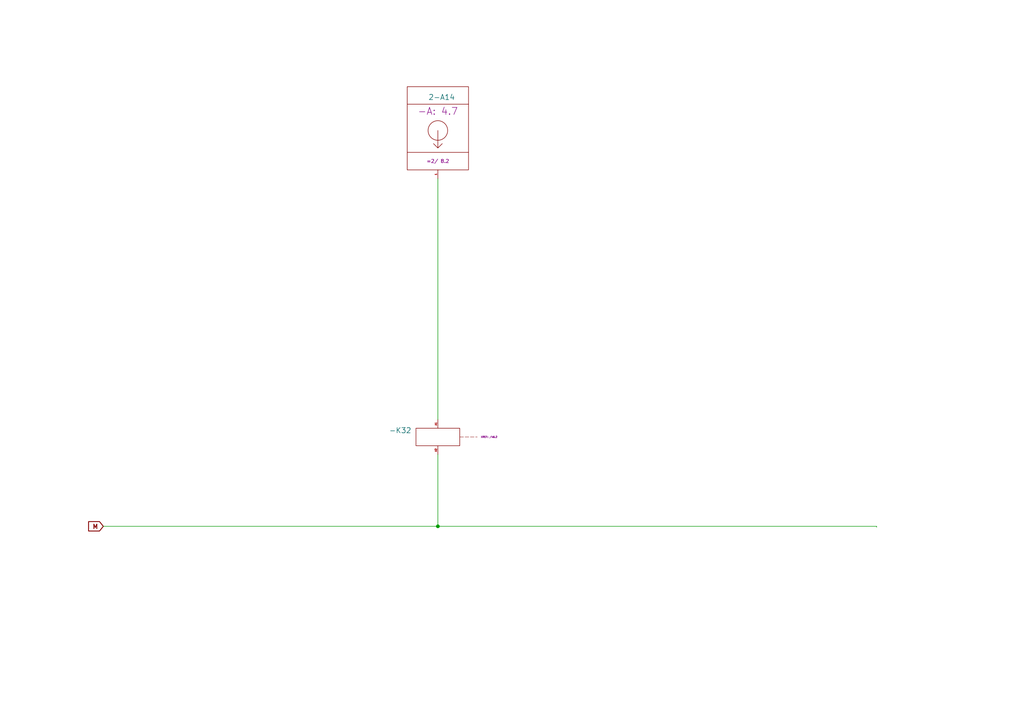
<source format=kicad_sch>
(kicad_sch (version 20250114) (generator "eeschema") (generator_version "9.0")
  (paper "A4")
  (title_block (comment 4 "25"))
  (lib_symbols
    (symbol "standart:PLC_OUT_(A)" (on_board no)
      (property "Reference" "-A" (at -12.954 16.002 0))
      (property "Target" "=Gruppe/ Seite.Pfad" (at 0 -8.89 0))
      (symbol "PLC_OUT_(A)_0_1"
        (rectangle (start -8.89 12.7) (end 8.89 -11.43))
        (polyline (pts (xy -8.89 7.62) (xy 8.89 7.62)))
        (polyline (pts (xy -8.89 -6.35) (xy 8.89 -6.35)))
        (polyline (pts (xy 0 0) (xy 0 -5.08) (xy 1.27 -3.81) (xy 0 -5.08) (xy -1.27 -3.81)))
        (circle (center 0 0) (radius 2.8398))
      )
      (symbol "PLC_OUT_(A)_1_1"
        (pin output line (at 0 -13.97 90) (length 2.54) (name "") (number "1"))
      )
    )
    (symbol "standart:Relais_(K)_A1-A2" (pin_names (hide yes))
      (property "Reference" "-K" (at -4.572 5.842 0))
      (symbol "Relais_(K)_A1-A2_0_1"
        (rectangle (start -6.35 2.54) (end 6.35 -2.54))
      )
      (symbol "Relais_(K)_A1-A2_1_1"
        (polyline (pts (xy 6.35 0) (xy 11.43 0)) (stroke (width 0.1016) (type dash)))
        (pin passive line (at 0 5.08 270) (length 2.54) (name "") (number "A1"))
        (pin passive line (at 0 -5.08 90) (length 2.54) (name "") (number "A2"))
      )
    )
  )
  (junction (at 127 152.654))
  (wire (pts (xy 254.254 152.654) (xy 254.254 152.908)))
  (wire (pts (xy 127 131.826) (xy 127 152.654)))
  (wire (pts (xy 127 152.654) (xy 254.254 152.654)))
  (wire (pts (xy 29.972 152.654) (xy 127 152.654)))
  (wire (pts (xy 127 51.816) (xy 127 121.666)))
  (global_label "M" (shape input) (at 29.972 152.654 180) (effects (font (thickness 0.254) (bold yes))) (property "Intersheetrefs" "${INTERSHEET_REFS}" (effects (hide yes))))
  (symbol (lib_id "standart:Relais_(K)_A1-A2") (at 127 126.746 0) (unit 1)
    (property "Reference" "-K32" (at 119.38 124.8409 0) (effects (font (size 1.524 1.524)) (justify right)))
    (property "XREF" "/46.2" (at 144.272 126.746 0) (show_name yes) (effects (font (size 0.508 0.508)) (justify right)))
  )
  (symbol (lib_id "standart:PLC_OUT_(A)") (at 127 37.846 0) (unit 1) (on_board no)
    (property "Reference" "2-A14" (at 124.206 28.194 0) (effects (font (size 1.524 1.524)) (justify left)))
    (property "Target" "=2/ 8.2" (at 127 46.736 0) (effects (font (size 1.016 1.016))))
    (property "-A" "4.7" (at 127 32.258 0) (show_name yes) (effects (font (size 2.032 2.032))))
  )
)
</source>
